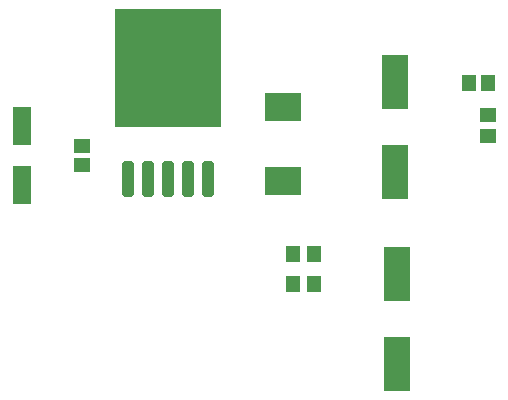
<source format=gtp>
G04*
G04 #@! TF.GenerationSoftware,Altium Limited,Altium Designer,21.3.2 (30)*
G04*
G04 Layer_Color=8421504*
%FSLAX25Y25*%
%MOIN*%
G70*
G04*
G04 #@! TF.SameCoordinates,C5881F53-B4D9-470E-9162-C71BBDC8BDA1*
G04*
G04*
G04 #@! TF.FilePolarity,Positive*
G04*
G01*
G75*
%ADD12R,0.04528X0.05315*%
%ADD13R,0.05315X0.04528*%
%ADD14R,0.05118X0.05512*%
%ADD15R,0.12402X0.09646*%
%ADD16R,0.35433X0.39370*%
G04:AMPARAMS|DCode=17|XSize=40mil|YSize=120.08mil|CornerRadius=10mil|HoleSize=0mil|Usage=FLASHONLY|Rotation=0.000|XOffset=0mil|YOffset=0mil|HoleType=Round|Shape=RoundedRectangle|*
%AMROUNDEDRECTD17*
21,1,0.04000,0.10008,0,0,0.0*
21,1,0.02000,0.12008,0,0,0.0*
1,1,0.02000,0.01000,-0.05004*
1,1,0.02000,-0.01000,-0.05004*
1,1,0.02000,-0.01000,0.05004*
1,1,0.02000,0.01000,0.05004*
%
%ADD17ROUNDEDRECTD17*%
%ADD18R,0.09055X0.17913*%
%ADD19R,0.05512X0.05118*%
%ADD20R,0.06299X0.12598*%
D12*
X306945Y298000D02*
D03*
X300055D02*
D03*
Y308000D02*
D03*
X306945D02*
D03*
D13*
X365000Y354390D02*
D03*
Y347500D02*
D03*
D14*
X358701Y365000D02*
D03*
X365000D02*
D03*
D15*
X296500Y356909D02*
D03*
Y332500D02*
D03*
D16*
X258185Y369910D02*
D03*
D17*
X244898Y333000D02*
D03*
X251598D02*
D03*
X265000D02*
D03*
X271701D02*
D03*
X258299D02*
D03*
D18*
X334500Y271539D02*
D03*
Y301461D02*
D03*
X334000Y365461D02*
D03*
Y335539D02*
D03*
D19*
X229500Y344150D02*
D03*
Y337850D02*
D03*
D20*
X209500Y350842D02*
D03*
Y331157D02*
D03*
M02*

</source>
